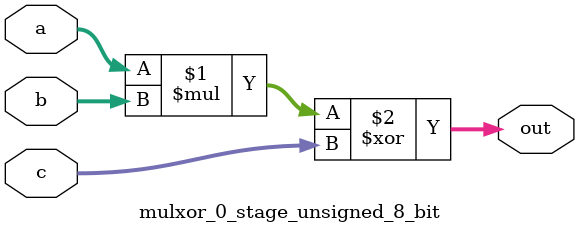
<source format=sv>
(* use_dsp = "yes" *) module mulxor_0_stage_unsigned_8_bit(
	input  [7:0] a,
	input  [7:0] b,
	input  [7:0] c,
	output [7:0] out
	);

	assign out = (a * b) ^ c;
endmodule

</source>
